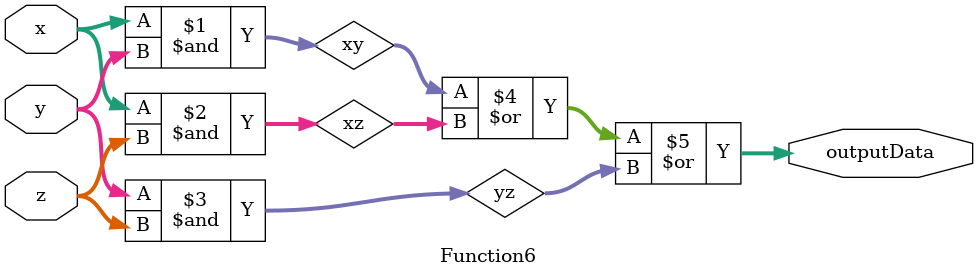
<source format=v>
`timescale 1ns / 1ps


module Function6(
    input [31:0] x,
    input [31:0] y,
    input [31:0] z,
    output [31:0] outputData
    );
    wire [31:0] xy;
    wire [31:0] xz;
    wire [31:0] yz;
    assign xy=x&y;
    assign xz=x&z;
    assign yz=y&z;
    assign outputData = xy|xz|yz;
endmodule

</source>
